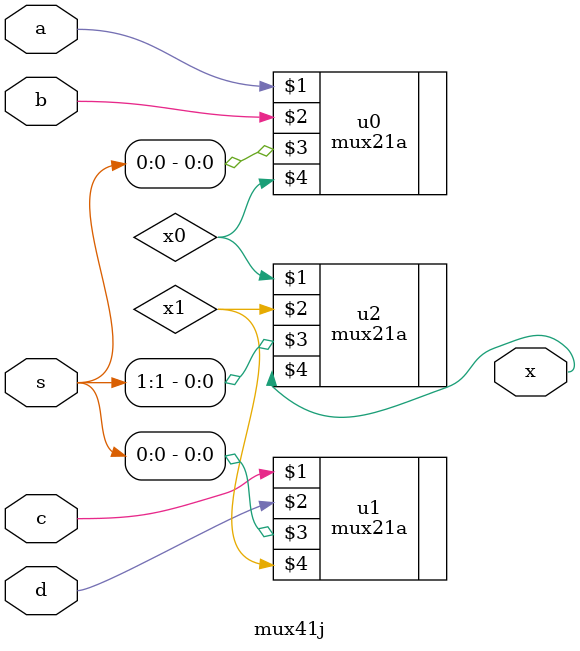
<source format=v>

module	mux41j	(a,b,c,d,s,x);
	//PUERTOS
	//sentido	tipo	tamaño	nombre
	input								a,b,c,d;
	input					[1:0]		s;
	output							x;
	//ALAMBRES Y REGISTROS
	//tipo				tamaño	nombre
	wire					         x0,x1;

//ASIGNACIONES////////////////////////////////////////////////
	//señales
	//assign	señal=valor/operacion
	
	//componente
	//nombre   etiqueta   (puertos)
	mux21a     u0         (a,b,s[0],x0);  
	mux21a     u1         (c,d,s[0],x1);
	mux21a     u2         (x0,x1,s[1],x);
	//secuenciales
	

endmodule

</source>
